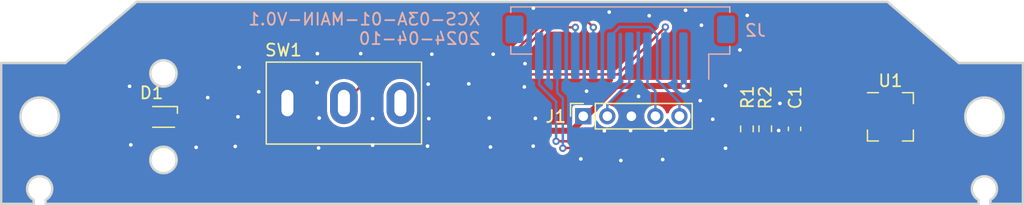
<source format=kicad_pcb>
(kicad_pcb (version 20240108) (generator "pcbnew") (generator_version "8.0")
  (title_block (title "XCS-03A-BARO") (date "2024-04-10") (rev "V0.1") (company "Ovobot") (comment 1 "XCS-03A-BARO,85x16.8x1.6mm ,FR4,2层,绿油白字,无铅喷锡"))
  (layers (0 "F.Cu" signal) (31 "B.Cu" signal) (34 "B.Paste" user) (35 "F.Paste" user) (36 "B.SilkS" user "B.Silkscreen") (37 "F.SilkS" user "F.Silkscreen") (38 "B.Mask" user) (39 "F.Mask" user) (44 "Edge.Cuts" user))
  (net 0 "")
  (net 1 "+3V3")
  (net 2 "GND")
  (net 3 "/LED_RED")
  (net 4 "/LED_BLUE")
  (net 5 "/SWDIO")
  (net 6 "/SWCLK")
  (net 7 "/SCL1")
  (net 8 "/SDA1")
  (net 9 "/PW_SW")
  (net 13 "/UART2_RX")
  (footprint "Connector_PinSocket_2.00mm:PinSocket_1x05_P2.00mm_Vertical" (layer "F.Cu") (at 158.8526 103.0224 90)
    (property "Reference" "J1" (at -0.0254 -2.287 180) (layer "F.SilkS"))
    (property "Value" "Conn_01x05_2mm")
    (fp_line (start 1.06 -1.06) (end 1.06 0) (stroke (width 0.12)) (layer "F.SilkS"))
    (fp_line (start 0 -1.06) (end 1.06 -1.06) (stroke (width 0.12)) (layer "F.SilkS"))
    (fp_line (start 1.06 1) (end 1.06 9.06) (stroke (width 0.12)) (layer "F.SilkS"))
    (fp_line (start -1.06 1) (end 1.06 1) (stroke (width 0.12)) (layer "F.SilkS"))
    (fp_line (start -1.06 1) (end -1.06 9.06) (stroke (width 0.12)) (layer "F.SilkS"))
    (fp_line (start -1.06 9.06) (end 1.06 9.06) (stroke (width 0.12)) (layer "F.SilkS"))
    (pad "1" thru_hole rect (at 0 0 90) (size 1.35 1.35) (drill 0.8) (layers "*.Cu" "*.Mask") (net 1 "+3V3"))
    (pad "2" thru_hole oval (at 0 2 90) (size 1.35 1.35) (drill 0.8) (layers "*.Cu" "*.Mask") (net 5 "/SWDIO"))
    (pad "3" thru_hole oval (at 0 4 90) (size 1.35 1.35) (drill 0.8) (layers "*.Cu" "*.Mask") (net 2 "GND"))
    (pad "4" thru_hole oval (at 0 6 90) (size 1.35 1.35) (drill 0.8) (layers "*.Cu" "*.Mask") (net 6 "/SWCLK"))
    (pad "5" thru_hole oval (at 0 8 90) (size 1.35 1.35) (drill 0.8) (layers "*.Cu" "*.Mask") (net 13 "/UART2_RX"))
  )
  (footprint "Ovo_Package_LGA:HOPERF_LGA-8_3.8x3.6mm_P0.9mm" (layer "F.Cu") (at 184.404 103.0732)
    (property "Reference" "U1" (at 0 -3 0) (layer "F.SilkS"))
    (property "Value" "HP203B")
    (fp_line (start -1.91 -2.01) (end -1 -2.01) (stroke (width 0.12)) (layer "F.SilkS"))
    (fp_line (start -1.91 2.01) (end -1.91 1.1) (stroke (width 0.12)) (layer "F.SilkS"))
    (fp_line (start -1 2.01) (end -1.91 2.01) (stroke (width 0.12)) (layer "F.SilkS"))
    (fp_line (start 1 -2.01) (end 1.91 -2.01) (stroke (width 0.12)) (layer "F.SilkS"))
    (fp_line (start 1.91 -2.01) (end 1.91 -1.1) (stroke (width 0.12)) (layer "F.SilkS"))
    (fp_line (start 1.91 1.1) (end 1.91 2.01) (stroke (width 0.12)) (layer "F.SilkS"))
    (fp_line (start 1.91 2.01) (end 1 2.01) (stroke (width 0.12)) (layer "F.SilkS"))
    (pad "1" smd rect (at -1.25 -1.35) (size 1 0.5) (layers "F.Cu" "F.Paste" "F.Mask"))
    (pad "2" smd rect (at -1.25 -0.45) (size 1 0.5) (layers "F.Cu" "F.Paste" "F.Mask") (net 2 "GND"))
    (pad "3" smd rect (at -1.25 0.45) (size 1 0.5) (layers "F.Cu" "F.Paste" "F.Mask") (net 1 "+3V3"))
    (pad "4" smd rect (at -1.25 1.35) (size 1 0.5) (layers "F.Cu" "F.Paste" "F.Mask"))
    (pad "5" smd rect (at 1.25 1.35) (size 1 0.5) (layers "F.Cu" "F.Paste" "F.Mask") (net 7 "/SCL1"))
    (pad "6" smd rect (at 1.25 0.45) (size 1 0.5) (layers "F.Cu" "F.Paste" "F.Mask") (net 8 "/SDA1"))
    (pad "7" smd rect (at 1.25 -0.45) (size 1 0.5) (layers "F.Cu" "F.Paste" "F.Mask"))
    (pad "8" smd rect (at 1.25 -1.35) (size 1 0.5) (layers "F.Cu" "F.Paste" "F.Mask") (net 2 "GND"))
  )
  (footprint "Ovo_Button_Switch_THT:SW_SS12D10_SPDT_H5mm" (layer "F.Cu") (at 138.937 101.9302)
    (property "Reference" "SW1" (at -5.031 -4.4022 0) (layer "F.SilkS"))
    (property "Value" "SS12D10")
    (fp_rect (start -6.46 -3.41) (end 6.46 3.41) (stroke (width 0.12)) (fill none) (layer "F.SilkS"))
    (pad "1" thru_hole oval (at -4.7 0) (size 2.3 3.5) (drill oval 1 2.2) (layers "*.Cu" "*.Mask") (net 2 "GND"))
    (pad "2" thru_hole oval (at 0 0) (size 2.3 3.5) (drill oval 1 2.2) (layers "*.Cu" "*.Mask") (net 9 "/PW_SW"))
    (pad "3" thru_hole oval (at 4.7 0) (size 2.3 3.5) (drill oval 1 2.2) (layers "*.Cu" "*.Mask"))
  )
  (footprint "Resistor_SMD:R_0603_1608Metric" (layer "F.Cu") (at 173.99 104.0648 -90)
    (property "Reference" "R2" (at -2.5918 0 90) (layer "F.SilkS"))
    (property "Value" "10K")
    (fp_line (start -0.237258 0.5225) (end 0.237258 0.5225) (stroke (width 0.12)) (layer "F.SilkS"))
    (fp_line (start -0.237258 -0.5225) (end 0.237258 -0.5225) (stroke (width 0.12)) (layer "F.SilkS"))
    (pad "1" smd roundrect (at -0.825 0 270) (size 0.8 0.95) (layers "F.Cu" "F.Paste" "F.Mask") (net 1 "+3V3"))
    (pad "2" smd roundrect (at 0.825 0 270) (size 0.8 0.95) (layers "F.Cu" "F.Paste" "F.Mask") (net 7 "/SCL1"))
  )
  (footprint "Resistor_SMD:R_0603_1608Metric" (layer "F.Cu") (at 172.466 104.077 -90)
    (property "Reference" "R1" (at -2.6294 -0.0508 90) (layer "F.SilkS"))
    (property "Value" "10K")
    (fp_line (start -0.237258 0.5225) (end 0.237258 0.5225) (stroke (width 0.12)) (layer "F.SilkS"))
    (fp_line (start -0.237258 -0.5225) (end 0.237258 -0.5225) (stroke (width 0.12)) (layer "F.SilkS"))
    (pad "1" smd roundrect (at -0.825 0 270) (size 0.8 0.95) (layers "F.Cu" "F.Paste" "F.Mask") (net 1 "+3V3"))
    (pad "2" smd roundrect (at 0.825 0 270) (size 0.8 0.95) (layers "F.Cu" "F.Paste" "F.Mask") (net 8 "/SDA1"))
  )
  (footprint "Capacitor_SMD:C_0603_1608Metric" (layer "F.Cu") (at 176.4284 104.0762 -90)
    (property "Reference" "C1" (at -2.6032 -0.0508 90) (layer "F.SilkS"))
    (property "Value" "4.7uF")
    (fp_line (start -0.14058 0.51) (end 0.14058 0.51) (stroke (width 0.12)) (layer "F.SilkS"))
    (fp_line (start -0.14058 -0.51) (end 0.14058 -0.51) (stroke (width 0.12)) (layer "F.SilkS"))
    (pad "1" smd roundrect (at -0.775 0 270) (size 0.9 0.95) (layers "F.Cu" "F.Paste" "F.Mask") (net 1 "+3V3"))
    (pad "2" smd roundrect (at 0.775 0 270) (size 0.9 0.95) (layers "F.Cu" "F.Paste" "F.Mask") (net 2 "GND"))
  )
  (footprint "Ovo_LED_SMD:LED_Dual_1.6x1.5mm" (layer "F.Cu") (at 123.9366 103.08)
    (property "Reference" "D1" (at -1 -2 0) (layer "F.SilkS"))
    (property "Value" "LED_Dual_Red_Blue")
    (fp_line (start -0.91 -0.86) (end 1.15 -0.86) (stroke (width 0.12)) (layer "F.SilkS"))
    (fp_line (start -0.91 0.86) (end 0.91 0.86) (stroke (width 0.12)) (layer "F.SilkS"))
    (fp_line (start 1.15 -0.86) (end 1.15 -0.3) (stroke (width 0.12)) (layer "F.SilkS"))
    (pad "1" smd rect (at -0.625 0.425) (size 0.8 0.65) (layers "F.Cu" "F.Paste" "F.Mask") (net 1 "+3V3"))
    (pad "2" smd rect (at 0.625 0.425) (size 0.8 0.65) (layers "F.Cu" "F.Paste" "F.Mask") (net 3 "/LED_RED"))
    (pad "3" smd rect (at -0.625 -0.425) (size 0.8 0.65) (layers "F.Cu" "F.Paste" "F.Mask") (net 1 "+3V3"))
    (pad "4" smd rect (at 0.625 -0.425) (size 0.8 0.65) (layers "F.Cu" "F.Paste" "F.Mask") (net 4 "/LED_BLUE"))
  )
  (footprint "Ovo_Connector_JST:JST_ZH_B10B-ZR-SM4-TF_1x10-1MP_P1.50mm_Vertical" (layer "B.Cu") (at 161.9328 97.2932 180)
    (property "Reference" "J2" (at -11.2444 1.4082 0) (layer "B.SilkS") (effects (justify mirror)))
    (property "Value" "ZH1.5MM/10ASMD")
    (fp_line (start 9.11 3.36) (end -9.11 3.36) (stroke (width 0.12)) (layer "B.SilkS"))
    (fp_line (start 9.11 2.91) (end 9.11 3.36) (stroke (width 0.12)) (layer "B.SilkS"))
    (fp_line (start 9.11 -0.56) (end 9.11 0.09) (stroke (width 0.12)) (layer "B.SilkS"))
    (fp_line (start 7.36 -0.56) (end 9.11 -0.56) (stroke (width 0.12)) (layer "B.SilkS"))
    (fp_line (start -7.36 -0.56) (end -9.11 -0.56) (stroke (width 0.12)) (layer "B.SilkS"))
    (fp_line (start -7.36 -2.65) (end -7.36 -0.56) (stroke (width 0.12)) (layer "B.SilkS"))
    (fp_line (start -9.11 3.36) (end -9.11 2.91) (stroke (width 0.12)) (layer "B.SilkS"))
    (fp_line (start -9.11 -0.56) (end -9.11 0.09) (stroke (width 0.12)) (layer "B.SilkS"))
    (pad "1" smd roundrect (at -6.75 -0.7 180) (size 0.7 3.9) (layers "B.Cu" "B.Paste" "B.Mask") (net 2 "GND"))
    (pad "2" smd roundrect (at -5.25 -0.7 180) (size 0.7 3.9) (layers "B.Cu" "B.Paste" "B.Mask") (net 1 "+3V3"))
    (pad "3" smd roundrect (at -3.75 -0.7 180) (size 0.7 3.9) (layers "B.Cu" "B.Paste" "B.Mask") (net 9 "/PW_SW"))
    (pad "4" smd roundrect (at -2.25 -0.7 180) (size 0.7 3.9) (layers "B.Cu" "B.Paste" "B.Mask") (net 6 "/SWCLK"))
    (pad "5" smd roundrect (at -0.75 -0.7 180) (size 0.7 3.9) (layers "B.Cu" "B.Paste" "B.Mask") (net 5 "/SWDIO"))
    (pad "6" smd roundrect (at 0.75 -0.7 180) (size 0.7 3.9) (layers "B.Cu" "B.Paste" "B.Mask") (net 13 "/UART2_RX"))
    (pad "7" smd roundrect (at 2.25 -0.7 180) (size 0.7 3.9) (layers "B.Cu" "B.Paste" "B.Mask") (net 4 "/LED_BLUE"))
    (pad "8" smd roundrect (at 3.75 -0.7 180) (size 0.7 3.9) (layers "B.Cu" "B.Paste" "B.Mask") (net 3 "/LED_RED"))
    (pad "9" smd roundrect (at 5.25 -0.7 180) (size 0.7 3.9) (layers "B.Cu" "B.Paste" "B.Mask") (net 8 "/SDA1"))
    (pad "10" smd roundrect (at 6.75 -0.7 180) (size 0.7 3.9) (layers "B.Cu" "B.Paste" "B.Mask") (net 7 "/SCL1"))
    (pad "MP" smd roundrect (at -8.8 1.5 180) (size 1.5 2.3) (layers "B.Cu" "B.Paste" "B.Mask") (roundrect_rratio 0.166667))
    (pad "MP" smd roundrect (at 8.8 1.5 180) (size 1.5 2.3) (layers "B.Cu" "B.Paste" "B.Mask") (roundrect_rratio 0.166667))
  )
  (gr_line (start 195.426199 98.599868) (end 190.092866 98.599868) (stroke (width 0.2)) (layer "Edge.Cuts"))
  (gr_line (start 121.696313 93.511199) (end 184.156085 93.511199) (stroke (width 0.2)) (layer "Edge.Cuts"))
  (gr_circle (center 113.6262 103.0612) (end 115.2262 103.0612) (stroke (width 0.2)) (fill none) (layer "Edge.Cuts"))
  (gr_line (start 190.092866 98.599868) (end 184.156085 93.511199) (stroke (width 0.2)) (layer "Edge.Cuts"))
  (gr_circle (center 123.926199 106.661199) (end 122.826199 106.661199) (stroke (width 0.2)) (fill none) (layer "Edge.Cuts"))
  (gr_line (start 191.726199 109.984509) (end 191.726199 110.311199) (stroke (width 0.2)) (layer "Edge.Cuts"))
  (gr_arc (start 113.126199 109.984509) (mid 113.626199 108.011198) (end 114.126199 109.984509) (stroke (width 0.2)) (layer "Edge.Cuts"))
  (gr_line (start 195.426199 110.311199) (end 195.426199 98.599868) (stroke (width 0.2)) (layer "Edge.Cuts"))
  (gr_line (start 110.426199 110.311199) (end 113.126199 110.311199) (stroke (width 0.2)) (layer "Edge.Cuts"))
  (gr_line (start 192.726199 109.984509) (end 192.726199 110.311199) (stroke (width 0.2)) (layer "Edge.Cuts"))
  (gr_line (start 114.126199 109.984509) (end 114.126199 110.311199) (stroke (width 0.2)) (layer "Edge.Cuts"))
  (gr_line (start 192.726199 110.311199) (end 195.426199 110.311199) (stroke (width 0.2)) (layer "Edge.Cuts"))
  (gr_line (start 115.759532 98.599868) (end 110.426199 98.599868) (stroke (width 0.2)) (layer "Edge.Cuts"))
  (gr_circle (center 123.926199 99.461199) (end 122.826199 99.461199) (stroke (width 0.2)) (fill none) (layer "Edge.Cuts"))
  (gr_line (start 113.126199 109.984509) (end 113.126199 110.311199) (stroke (width 0.2)) (layer "Edge.Cuts"))
  (gr_circle (center 192.2262 103.0612) (end 193.8262 103.0612) (stroke (width 0.2)) (fill none) (layer "Edge.Cuts"))
  (gr_arc (start 191.726199 109.984509) (mid 192.226199 108.011198) (end 192.726199 109.984509) (stroke (width 0.2)) (layer "Edge.Cuts"))
  (gr_line (start 114.126199 110.311199) (end 191.726199 110.311199) (stroke (width 0.2)) (layer "Edge.Cuts"))
  (gr_line (start 110.426199 98.599868) (end 110.426199 110.311199) (stroke (width 0.2)) (layer "Edge.Cuts"))
  (gr_line (start 121.696313 93.511199) (end 115.759532 98.599868) (stroke (width 0.2)) (layer "Edge.Cuts"))
  (gr_text "XCS-03A-01-MAIN-${REVISION}\n${ISSUE_DATE}\n" (at 150.377 95.761 0) (layer "B.SilkS") (effects (font (size 1 1)) (justify left mirror)))
  (segment (start 167.2082 100.5078) (end 168.9608 100.5078) (width 0.508) (layer "F.Cu") (net 1))
  (segment (start 123.3116 103.791822) (end 123.755689 104.235911) (width 0.508) (layer "F.Cu") (net 1))
  (segment (start 123.3116 102.655) (end 123.3116 103.505) (width 0.508) (layer "F.Cu") (net 1))
  (segment (start 181.203 103.3012) (end 181.425 103.5232) (width 0.508) (layer "F.Cu") (net 1))
  (segment (start 161.6202 100.5078) (end 167.2082 100.5078) (width 0.508) (layer "F.Cu") (net 1))
  (segment (start 176.4284 103.3012) (end 181.203 103.3012) (width 0.508) (layer "F.Cu") (net 1))
  (segment (start 181.425 103.5232) (end 183.154 103.5232) (width 0.508) (layer "F.Cu") (net 1))
  (segment (start 172.466 103.252) (end 171.705 103.252) (width 0.508) (layer "F.Cu") (net 1))
  (segment (start 172.466 103.252) (end 173.9778 103.252) (width 0.508) (layer "F.Cu") (net 1))
  (segment (start 171.705 103.252) (end 169.3672 100.9142) (width 0.508) (layer "F.Cu") (net 1))
  (segment (start 123.755689 104.235911) (end 157.892089 104.235911) (width 0.508) (layer "F.Cu") (net 1))
  (segment (start 168.9608 100.5078) (end 169.3672 100.9142) (width 0.508) (layer "F.Cu") (net 1))
  (segment (start 123.3116 103.505) (end 123.3116 103.791822) (width 0.508) (layer "F.Cu") (net 1))
  (segment (start 159.1056 103.0224) (end 161.6202 100.5078) (width 0.508) (layer "F.Cu") (net 1))
  (segment (start 173.9778 103.252) (end 173.99 103.2398) (width 0.508) (layer "F.Cu") (net 1))
  (segment (start 157.892089 104.235911) (end 159.1056 103.0224) (width 0.508) (layer "F.Cu") (net 1))
  (segment (start 176.367 103.2398) (end 176.4284 103.3012) (width 0.508) (layer "F.Cu") (net 1))
  (segment (start 173.99 103.2398) (end 176.367 103.2398) (width 0.508) (layer "F.Cu") (net 1))
  (via (at 167.2082 100.5078) (size 0.6096) (drill 0.3048) (layers "F.Cu" "B.Cu") (net 1))
  (segment (start 167.2082 98.0116) (end 167.1898 97.9932) (width 0.508) (layer "B.Cu") (net 1))
  (segment (start 167.2082 100.5078) (end 167.2082 98.0116) (width 0.508) (layer "B.Cu") (net 1))
  (via (at 136.8806 103.1748) (size 0.6096) (drill 0.3048) (layers "F.Cu" "B.Cu") (net 2))
  (via (at 154.686 105.5116) (size 0.6096) (drill 0.3048) (layers "F.Cu" "B.Cu") (net 2))
  (via (at 145.8976 105.5116) (size 0.6096) (drill 0.3048) (layers "F.Cu" "B.Cu") (net 2))
  (via (at 151.0284 103.1748) (size 0.6096) (drill 0.3048) (layers "F.Cu" "B.Cu") (net 2))
  (via (at 141.3256 103.2256) (size 0.6096) (drill 0.3048) (layers "F.Cu" "B.Cu") (net 2))
  (via (at 172.4914 94.6404) (size 0.6096) (drill 0.3048) (layers "F.Cu" "B.Cu") (net 2))
  (via (at 121.1072 100.5332) (size 0.6096) (drill 0.3048) (layers "F.Cu" "B.Cu") (net 2))
  (via (at 141.3256 105.4354) (size 0.6096) (drill 0.3048) (layers "F.Cu" "B.Cu") (net 2))
  (via (at 136.7282 97.8154) (size 0.6096) (drill 0.3048) (layers "F.Cu" "B.Cu") (net 2))
  (via (at 136.7028 100.2284) (size 0.6096) (drill 0.3048) (layers "F.Cu" "B.Cu") (net 2))
  (via (at 160.6042 104.2416) (size 0.6096) (drill 0.3048) (layers "F.Cu" "B.Cu") (net 2))
  (via (at 170.688 105.6894) (size 0.6096) (drill 0.3048) (layers "F.Cu" "B.Cu") (net 2))
  (via (at 154.7 94.03) (size 0.6096) (drill 0.3048) (layers "F.Cu" "B.Cu") (net 2))
  (via (at 168.6814 95.4532) (size 0.6096) (drill 0.3048) (layers "F.Cu" "B.Cu") (net 2))
  (via (at 146.2532 97.8662) (size 0.6096) (drill 0.3048) (layers "F.Cu" "B.Cu") (net 2))
  (via (at 153.9494 100.584) (size 0.6096) (drill 0.3048) (layers "F.Cu" "B.Cu") (net 2))
  (via (at 154.8638 103.2002) (size 0.6096) (drill 0.3048) (layers "F.Cu" "B.Cu") (net 2))
  (via (at 145.9992 103.2256) (size 0.6096) (drill 0.3048) (layers "F.Cu" "B.Cu") (net 2))
  (via (at 170.688 100.4824) (size 0.6096) (drill 0.3048) (layers "F.Cu" "B.Cu") (net 2))
  (via (at 126.6444 105.6132) (size 0.6096) (drill 0.3048) (layers "F.Cu" "B.Cu") (net 2))
  (via (at 130.1242 103.0732) (size 0.6096) (drill 0.3048) (layers "F.Cu" "B.Cu") (net 2))
  (via (at 169.6212 103.2764) (size 0.6096) (drill 0.3048) (layers "F.Cu" "B.Cu") (net 2))
  (via (at 151.3586 97.8662) (size 0.6096) (drill 0.3048) (layers "F.Cu" "B.Cu") (net 2))
  (via (at 130.2258 98.9584) (size 0.6096) (drill 0.3048) (layers "F.Cu" "B.Cu") (net 2))
  (via (at 151.13 105.5878) (size 0.6096) (drill 0.3048) (layers "F.Cu" "B.Cu") (net 2))
  (via (at 175.2092 101.9556) (size 0.6096) (drill 0.3048) (layers "F.Cu" "B.Cu") (net 2))
  (via (at 175.1076 104.2162) (size 0.6096) (drill 0.3048) (layers "F.Cu" "B.Cu") (net 2))
  (via (at 140.335 97.8154) (size 0.6096) (drill 0.3048) (layers "F.Cu" "B.Cu") (net 2))
  (via (at 162.7886 104.2162) (size 0.6096) (drill 0.3048) (layers "F.Cu" "B.Cu") (net 2))
  (via (at 158.6484 106.5784) (size 0.6096) (drill 0.3048) (layers "F.Cu" "B.Cu") (net 2))
  (via (at 149.3266 100.33) (size 0.6096) (drill 0.3048) (layers "F.Cu" "B.Cu") (net 2))
  (via (at 127.6096 101.473) (size 0.6096) (drill 0.3048) (layers "F.Cu" "B.Cu") (net 2))
  (via (at 129.8956 105.537) (size 0.6096) (drill 0.3048) (layers "F.Cu" "B.Cu") (net 2))
  (via (at 131.8514 100.9904) (size 0.6096) (drill 0.3048) (layers "F.Cu" "B.Cu") (net 2))
  (via (at 161.9758 106.7054) (size 0.6096) (drill 0.3048) (layers "F.Cu" "B.Cu") (net 2))
  (via (at 121.2088 105.41) (size 0.6096) (drill 0.3048) (layers "F.Cu" "B.Cu") (net 2))
  (via (at 167.3606 94.2086) (size 0.6096) (drill 0.3048) (layers "F.Cu" "B.Cu") (net 2))
  (via (at 163.449 101.3714) (size 0.6096) (drill 0.3048) (layers "F.Cu" "B.Cu") (net 2))
  (via (at 136.8298 105.664) (size 0.6096) (drill 0.3048) (layers "F.Cu" "B.Cu") (net 2))
  (via (at 154.0002 98.6536) (size 0.6096) (drill 0.3048) (layers "F.Cu" "B.Cu") (net 2))
  (via (at 168.5798 101.727) (size 0.6096) (drill 0.3048) (layers "F.Cu" "B.Cu") (net 2))
  (via (at 165.4556 106.6292) (size 0.6096) (drill 0.3048) (layers "F.Cu" "B.Cu") (net 2))
  (via (at 159.131 100.9396) (size 0.6096) (drill 0.3048) (layers "F.Cu" "B.Cu") (net 2))
  (via (at 145.9484 100.3554) (size 0.6096) (drill 0.3048) (layers "F.Cu" "B.Cu") (net 2))
  (via (at 164.338 94.6658) (size 0.6096) (drill 0.3048) (layers "F.Cu" "B.Cu") (net 2))
  (via (at 161.0106 94.361) (size 0.6096) (drill 0.3048) (layers "F.Cu" "B.Cu") (net 2))
  (via (at 165.7096 104.1908) (size 0.6096) (drill 0.3048) (layers "F.Cu" "B.Cu") (net 2))
  (via (at 171.8818 97.5106) (size 0.6096) (drill 0.3048) (layers "F.Cu" "B.Cu") (net 2))
  (segment (start 158.1912 95.631) (end 155.7274 95.631) (width 0.2032) (layer "F.Cu") (net 3))
  (segment (start 127.9652 103.505) (end 124.5616 103.505) (width 0.2032) (layer "F.Cu") (net 3))
  (segment (start 152.2476 99.1108) (end 132.3594 99.1108) (width 0.2032) (layer "F.Cu") (net 3))
  (segment (start 155.7274 95.631) (end 152.2476 99.1108) (width 0.2032) (layer "F.Cu") (net 3))
  (segment (start 132.3594 99.1108) (end 127.9652 103.505) (width 0.2032) (layer "F.Cu") (net 3))
  (via (at 158.1912 95.631) (size 0.6096) (drill 0.3048) (layers "F.Cu" "B.Cu") (net 3))
  (segment (start 158.1912 95.631) (end 158.1912 97.9848) (width 0.2032) (layer "B.Cu") (net 3))
  (segment (start 158.1912 97.9848) (end 158.1828 97.9932) (width 0.2032) (layer "B.Cu") (net 3))
  (segment (start 128.1548 102.655) (end 124.5616 102.655) (width 0.2032) (layer "F.Cu") (net 4))
  (segment (start 159.6898 95.631) (end 159.0802 95.0214) (width 0.2032) (layer "F.Cu") (net 4))
  (segment (start 152.1206 98.679) (end 132.1308 98.679) (width 0.2032) (layer "F.Cu") (net 4))
  (segment (start 155.7782 95.0214) (end 152.1206 98.679) (width 0.2032) (layer "F.Cu") (net 4))
  (segment (start 132.1308 98.679) (end 128.1548 102.655) (width 0.2032) (layer "F.Cu") (net 4))
  (segment (start 159.0802 95.0214) (end 155.7782 95.0214) (width 0.2032) (layer "F.Cu") (net 4))
  (via (at 159.6898 95.631) (size 0.6096) (drill 0.3048) (layers "F.Cu" "B.Cu") (net 4))
  (segment (start 159.6898 97.9862) (end 159.6828 97.9932) (width 0.2032) (layer "B.Cu") (net 4))
  (segment (start 159.6898 95.631) (end 159.6898 97.9862) (width 0.2032) (layer "B.Cu") (net 4))
  (segment (start 162.6898 100.2002) (end 160.8526 102.0374) (width 0.2032) (layer "B.Cu") (net 5))
  (segment (start 162.6898 97.9932) (end 162.6898 100.2002) (width 0.2032) (layer "B.Cu") (net 5))
  (segment (start 160.8526 102.0374) (end 160.8526 103.0224) (width 0.2032) (layer "B.Cu") (net 5))
  (segment (start 164.8526 100.9378) (end 164.8526 103.0224) (width 0.2032) (layer "B.Cu") (net 6))
  (segment (start 164.1898 100.275) (end 164.1898 97.9932) (width 0.2032) (layer "B.Cu") (net 6))
  (segment (start 164.1898 100.275) (end 164.8526 100.9378) (width 0.2032) (layer "B.Cu") (net 6))
  (segment (start 173.99 105.5116) (end 174.2948 105.8164) (width 0.2032) (layer "F.Cu") (net 7))
  (segment (start 171.55208 104.3432) (end 171.80608 104.0892) (width 0.2032) (layer "F.Cu") (net 7))
  (segment (start 168.179185 105.1052) (end 168.941185 104.3432) (width 0.2032) (layer "F.Cu") (net 7))
  (segment (start 185.0898 105.8164) (end 185.654 105.2522) (width 0.2032) (layer "F.Cu") (net 7))
  (segment (start 185.654 105.2522) (end 185.654 104.4232) (width 0.2032) (layer "F.Cu") (net 7))
  (segment (start 173.1894 104.0892) (end 173.99 104.8898) (width 0.2032) (layer "F.Cu") (net 7))
  (segment (start 171.80608 104.0892) (end 173.1894 104.0892) (width 0.2032) (layer "F.Cu") (net 7))
  (segment (start 174.2948 105.8164) (end 185.0898 105.8164) (width 0.2032) (layer "F.Cu") (net 7))
  (segment (start 156.591 105.1052) (end 168.179185 105.1052) (width 0.2032) (layer "F.Cu") (net 7))
  (segment (start 173.99 104.8898) (end 173.99 105.5116) (width 0.2032) (layer "F.Cu") (net 7))
  (segment (start 168.941185 104.3432) (end 171.55208 104.3432) (width 0.2032) (layer "F.Cu") (net 7))
  (via (at 156.591 105.1052) (size 0.6096) (drill 0.3048) (layers "F.Cu" "B.Cu") (net 7))
  (segment (start 156.591 101.8032) (end 155.194 100.4062) (width 0.2032) (layer "B.Cu") (net 7))
  (segment (start 156.591 105.1052) (end 156.591 101.8032) (width 0.2032) (layer "B.Cu") (net 7))
  (segment (start 155.194 100.4062) (end 155.194 98.0044) (width 0.2032) (layer "B.Cu") (net 7))
  (segment (start 155.194 98.0044) (end 155.1828 97.9932) (width 0.2032) (layer "B.Cu") (net 7))
  (segment (start 157.1752 105.664) (end 168.4528 105.664) (width 0.2032) (layer "F.Cu") (net 8))
  (segment (start 185.3692 106.3498) (end 186.5884 105.1306) (width 0.2032) (layer "F.Cu") (net 8))
  (segment (start 172.4914 104.902) (end 173.9392 106.3498) (width 0.2032) (layer "F.Cu") (net 8))
  (segment (start 157.1498 105.6894) (end 157.1752 105.664) (width 0.2032) (layer "F.Cu") (net 8))
  (segment (start 169.2148 104.902) (end 172.466 104.902) (width 0.2032) (layer "F.Cu") (net 8))
  (segment (start 186.5884 103.8606) (end 186.251 103.5232) (width 0.2032) (layer "F.Cu") (net 8))
  (segment (start 173.9392 106.3498) (end 185.3692 106.3498) (width 0.2032) (layer "F.Cu") (net 8))
  (segment (start 186.5884 105.1306) (end 186.5884 103.8606) (width 0.2032) (layer "F.Cu") (net 8))
  (segment (start 168.4528 105.664) (end 169.2148 104.902) (width 0.2032) (layer "F.Cu") (net 8))
  (segment (start 172.466 104.902) (end 172.4914 104.902) (width 0.2032) (layer "F.Cu") (net 8))
  (segment (start 186.251 103.5232) (end 185.654 103.5232) (width 0.2032) (layer "F.Cu") (net 8))
  (via (at 157.1498 105.6894) (size 0.6096) (drill 0.3048) (layers "F.Cu" "B.Cu") (net 8))
  (segment (start 157.149311 105.688911) (end 157.149311 101.523311) (width 0.2032) (layer "B.Cu") (net 8))
  (segment (start 156.6828 101.0568) (end 156.6828 97.9932) (width 0.2032) (layer "B.Cu") (net 8))
  (segment (start 157.1498 105.6894) (end 157.149311 105.688911) (width 0.2032) (layer "B.Cu") (net 8))
  (segment (start 157.149311 101.523311) (end 156.6828 101.0568) (width 0.2032) (layer "B.Cu") (net 8))
  (segment (start 138.937 101.9302) (end 141.3246 99.5426) (width 0.2032) (layer "F.Cu") (net 9))
  (segment (start 161.7472 99.5426) (end 165.6842 95.6056) (width 0.2032) (layer "F.Cu") (net 9))
  (segment (start 141.3246 99.5426) (end 161.7472 99.5426) (width 0.2032) (layer "F.Cu") (net 9))
  (via (at 165.6842 95.6056) (size 0.6096) (drill 0.3048) (layers "F.Cu" "B.Cu") (net 9))
  (segment (start 165.6898 95.6112) (end 165.6898 97.9932) (width 0.2032) (layer "B.Cu") (net 9))
  (segment (start 165.6842 95.6056) (end 165.6898 95.6112) (width 0.2032) (layer "B.Cu") (net 9))
  (segment (start 161.1828 96.297) (end 161.8742 95.6056) (width 0.2032) (layer "B.Cu") (net 13))
  (segment (start 161.8742 95.6056) (end 164.351218 95.6056) (width 0.2032) (layer "B.Cu") (net 13))
  (segment (start 166.8526 101.8794) (end 166.8526 103.0224) (width 0.2032) (layer "B.Cu") (net 13))
  (segment (start 161.1828 97.9932) (end 161.1828 96.297) (width 0.2032) (layer "B.Cu") (net 13))
  (segment (start 164.351218 95.6056) (end 164.9984 96.252782) (width 0.2032) (layer "B.Cu") (net 13))
  (segment (start 164.9984 100.0252) (end 166.8526 101.8794) (width 0.2032) (layer "B.Cu") (net 13))
  (segment (start 164.9984 96.252782) (end 164.9984 100.0252) (width 0.2032) (layer "B.Cu") (net 13))
  (zone (net 2) (net_name "GND") (layers "F&B.Cu") (connect_pads yes (clearance 0.254)) (min_thickness 0.254) (fill yes (thermal_gap 0.508) (thermal_bridge_width 0.508))
    (polygon (pts (xy 195.369 110.347) (xy 110.3298 110.347) (xy 110.3298 93.3544) (xy 195.369 93.3544)))
  )
)
</source>
